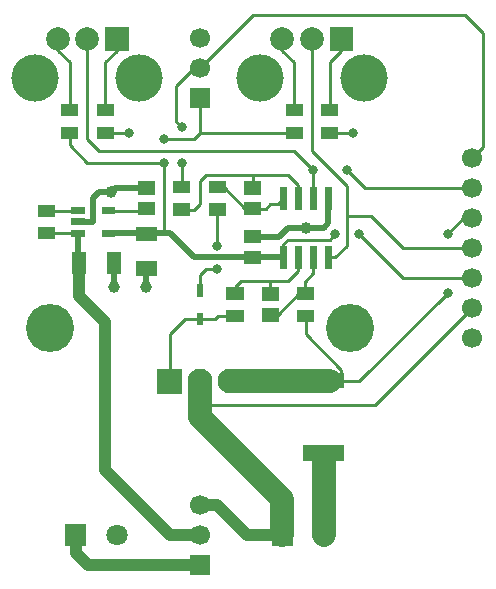
<source format=gbl>
G04 start of page 3 for group 3 idx 2 *
G04 Title: Current - Sink or Swim, bottom-power *
G04 Creator: pcb 1.99z *
G04 CreationDate: Tue 14 Apr 2015 12:04:08 AM GMT UTC *
G04 For: eelco *
G04 Format: Gerber/RS-274X *
G04 PCB-Dimensions (mil): 3937.01 3937.01 *
G04 PCB-Coordinate-Origin: lower left *
%MOIN*%
%FSLAX25Y25*%
%LNBOTTOM*%
%ADD50C,0.1063*%
%ADD49C,0.0433*%
%ADD48C,0.0472*%
%ADD47C,0.1000*%
%ADD46C,0.1339*%
%ADD45C,0.0157*%
%ADD44C,0.0315*%
%ADD43R,0.0472X0.0472*%
%ADD42R,0.0236X0.0236*%
%ADD41R,0.0413X0.0413*%
%ADD40R,0.0453X0.0453*%
%ADD39R,0.0197X0.0197*%
%ADD38R,0.0512X0.0512*%
%ADD37C,0.1575*%
%ADD36C,0.0709*%
%ADD35C,0.0827*%
%ADD34C,0.0001*%
%ADD33C,0.0669*%
%ADD32C,0.1600*%
%ADD31C,0.0787*%
%ADD30C,0.0394*%
%ADD29C,0.0197*%
%ADD28C,0.0098*%
G54D28*X234252Y246063D02*Y283465D01*
X229783Y234783D02*X226378Y238189D01*
X234783Y239626D02*X228346Y246063D01*
Y259646D02*Y275591D01*
X220472Y228346D02*X218996Y226870D01*
X212106D01*
X253937Y224409D02*X246063D01*
X234252Y246063D02*X246063Y234252D01*
Y239626D02*X251988Y233701D01*
X287500D01*
X240157Y259646D02*Y275591D01*
X156398Y226181D02*X145669D01*
X178445D02*X166437D01*
X179134Y226870D02*X178445Y226181D01*
X159449Y250000D02*X163386Y246063D01*
X212106Y226870D02*X204921Y234055D01*
X163386Y246063D02*X228346D01*
X214567Y233760D02*Y238189D01*
X204921Y234055D02*X202756D01*
X226378Y238189D02*X198819D01*
X190945Y234055D02*Y242126D01*
X159449Y283465D02*Y250000D01*
X153543Y259646D02*Y275591D01*
X165354Y259646D02*Y275591D01*
X188976Y267717D02*X194882Y273622D01*
X196850D02*X214567Y291339D01*
X188976Y267717D02*Y255906D01*
X190945Y253937D01*
X153543Y275591D02*X149606Y279528D01*
Y283465D01*
X165354Y275591D02*X169291Y279528D01*
Y283465D01*
X214567Y291339D02*X285433D01*
X291339Y285433D01*
Y247539D01*
X287500Y243701D01*
X228346Y275591D02*X224409Y279528D01*
Y283465D01*
X240157Y275591D02*X244094Y279528D01*
Y283465D01*
Y173228D02*Y169291D01*
Y173228D02*X232283Y185039D01*
X244094Y169291D02*X250000D01*
X220472Y191437D02*X222933D01*
X232283Y185039D02*Y191142D01*
X187008Y185039D02*Y169291D01*
X196850Y161417D02*X255217D01*
X287500Y193701D01*
X250000Y169291D02*X279528Y198819D01*
X234783Y230217D02*Y239626D01*
X229783Y230217D02*Y234783D01*
X224783Y230217D02*X222913Y228346D01*
X220472D01*
X246063Y214567D02*Y234252D01*
X224783Y214941D02*X226378Y216535D01*
X240157D01*
X242126Y218504D01*
X253937Y224409D02*X264646Y213701D01*
X287500D01*
X279528Y218504D02*X284724Y223701D01*
X287500D01*
X226378Y202756D02*X210630D01*
X208661Y200787D01*
Y198622D01*
X220472Y198327D02*Y202756D01*
X222933Y191437D02*X230118Y198622D01*
X208661Y191142D02*X202953D01*
X201969Y190157D01*
X192126D01*
X187008Y185039D01*
X198819Y238189D02*X196850Y236220D01*
Y228346D01*
X195079Y226575D01*
X190945D01*
X202756Y214567D02*Y226575D01*
X196850Y199606D02*Y204724D01*
X198819Y206693D01*
X202756D01*
X239882Y210630D02*X242126D01*
X239783Y210728D02*X239882Y210630D01*
X229783Y210728D02*Y206161D01*
X226378Y202756D01*
X230118Y198622D02*X232283D01*
X234783Y210728D02*Y205256D01*
X232087Y202559D01*
Y198622D01*
X242126Y210630D02*X246063Y214567D01*
X224783Y210728D02*Y214941D01*
X250000Y218504D02*X264803Y203701D01*
X287500D01*
X156398Y218701D02*X145669D01*
G54D29*X179134Y200787D02*Y206890D01*
X168209Y200886D02*Y208661D01*
X168307Y200787D02*X168209Y200886D01*
X194882Y210728D02*X186909Y218701D01*
X166437D01*
X156398D02*Y208661D01*
G54D30*X165354Y188976D02*X156594Y197736D01*
Y208661D01*
X196850Y108110D02*X159606D01*
X165354Y139764D02*Y188976D01*
X187008Y118110D02*X165354Y139764D01*
X196850Y118110D02*X187008D01*
X155512Y112205D02*Y118110D01*
X159606Y108110D02*X155512Y112205D01*
G54D31*X240157Y169291D02*X206850D01*
X196850Y157480D02*Y169291D01*
X224409Y129921D02*X196850Y157480D01*
X224409Y118110D02*Y129921D01*
G54D30*X202598Y128110D02*X196850D01*
X212598Y118110D02*X202598Y128110D01*
X224409Y118110D02*X212598D01*
G54D31*X238189Y143701D02*Y118110D01*
G54D29*X223425Y217520D02*X214567D01*
X226378Y220472D02*X223425Y217520D01*
X238189Y220472D02*X226378D01*
X239783Y222067D02*X238189Y220472D01*
X239783Y230217D02*Y222067D01*
G54D28*X240354Y251969D02*X240157Y252165D01*
X248031Y251969D02*X240354D01*
X228346Y252165D02*X228150Y251969D01*
X196850D01*
G54D29*X224783Y210728D02*X194882D01*
X168799Y233760D02*X167323Y232283D01*
G54D28*X153543Y248031D02*X159449Y242126D01*
X153543Y248031D02*Y252165D01*
X165354D02*X173228D01*
X185039Y242126D02*X159449D01*
G54D29*X163386Y232283D02*X167323D01*
G54D28*X196850Y263780D02*Y251969D01*
X194882Y250000D01*
X185039D01*
G54D29*X179134Y233760D02*X168799D01*
G54D28*X185039Y242126D02*Y218701D01*
G54D29*X161417Y222441D02*X156398D01*
X161417D02*Y230315D01*
X163386Y232283D01*
G54D32*X146850Y187008D03*
X246850D03*
G54D33*X287500Y193701D03*
Y183701D03*
G54D34*G36*
X193504Y111457D02*Y104764D01*
X200197D01*
Y111457D01*
X193504D01*
G37*
G36*
X182717Y173425D02*Y165157D01*
X190984D01*
Y173425D01*
X182717D01*
G37*
G54D35*X196850Y169291D03*
X206850D03*
G54D33*X196850Y118110D03*
Y128110D03*
G54D34*G36*
X151969Y121654D02*Y114567D01*
X159055D01*
Y121654D01*
X151969D01*
G37*
G54D36*X169291Y118110D03*
G54D34*G36*
X220866Y121654D02*Y114567D01*
X227953D01*
Y121654D01*
X220866D01*
G37*
G54D36*X238189Y118110D03*
G54D34*G36*
X165354Y287402D02*Y279528D01*
X173228D01*
Y287402D01*
X165354D01*
G37*
G54D31*X159449Y283465D03*
G54D33*X196850Y283622D03*
G54D31*X149606Y283465D03*
G54D37*X176772Y270472D03*
G54D34*G36*
X193504Y266969D02*Y260276D01*
X200197D01*
Y266969D01*
X193504D01*
G37*
G54D33*X196850Y273622D03*
G54D37*X142126Y270472D03*
G54D34*G36*
X240157Y287402D02*Y279528D01*
X248031D01*
Y287402D01*
X240157D01*
G37*
G54D31*X234252Y283465D03*
X224409D03*
G54D37*X216929Y270472D03*
X251575D03*
G54D33*X287500Y233701D03*
Y243701D03*
Y213701D03*
Y223701D03*
Y203701D03*
G54D38*X233858Y169488D02*X242520D01*
X233858Y145472D02*X242520D01*
G54D39*X196850Y191240D02*Y189075D01*
G54D40*X219882Y191437D02*X221063D01*
G54D41*X231496Y191142D02*X233071D01*
X207874D02*X209449D01*
X152756Y252165D02*X154331D01*
X152756Y259646D02*X154331D01*
X164567D02*X166142D01*
X164567Y252165D02*X166142D01*
G54D42*X155315Y218701D02*X157480D01*
X155315Y222441D02*X157480D01*
X155315Y226181D02*X157480D01*
G54D41*X144882Y218701D02*X146457D01*
X144882Y226181D02*X146457D01*
G54D42*X165354D02*X167520D01*
X165354Y218701D02*X167520D01*
G54D43*X156594Y209941D02*Y207382D01*
X168209Y209941D02*Y207382D01*
G54D39*X196850Y200689D02*Y198524D01*
G54D43*X177854Y206890D02*X180413D01*
G54D40*X213976Y210630D02*X215157D01*
G54D41*X207874Y198622D02*X209449D01*
X190157Y226575D02*X191732D01*
X201969D02*X203543D01*
G54D43*X177854Y218504D02*X180413D01*
G54D40*X178543Y226870D02*X179724D01*
X213976Y217520D02*X215157D01*
X213976Y226870D02*X215157D01*
G54D41*X190157Y234055D02*X191732D01*
X201969D02*X203543D01*
G54D40*X178543Y233760D02*X179724D01*
G54D41*X227559Y252165D02*X229134D01*
X227559Y259646D02*X229134D01*
X239370D02*X240945D01*
X239370Y252165D02*X240945D01*
G54D40*X219882Y198327D02*X221063D01*
G54D41*X231496Y198622D02*X233071D01*
G54D42*X239783Y213386D02*Y208071D01*
X234783Y213386D02*Y208071D01*
X229783Y213386D02*Y208071D01*
X224783Y213386D02*Y208071D01*
G54D40*X213976Y233760D02*X215157D01*
G54D42*X224783Y232874D02*Y227559D01*
X229783Y232874D02*Y227559D01*
X234783Y232874D02*Y227559D01*
X239783Y232874D02*Y227559D01*
G54D44*X190945Y253937D03*
X185039Y250000D03*
X190945Y242126D03*
X185039D03*
X173228Y252165D03*
G54D30*X167323Y232283D03*
G54D44*X248031Y251969D03*
X234783Y239626D03*
X246063D03*
X202756Y214567D03*
Y206693D03*
G54D30*X179134Y200787D03*
X168307D03*
G54D44*X250000Y218504D03*
X279528D03*
Y198819D03*
X242126Y218504D03*
G54D30*X232283Y220472D03*
G54D45*G54D29*G54D45*G54D29*G54D45*G54D29*G54D46*G54D47*G54D30*G54D48*G54D30*G54D49*G54D48*G54D30*G54D48*G54D50*G54D30*G54D50*G54D46*G54D48*G54D50*G54D46*G54D30*M02*

</source>
